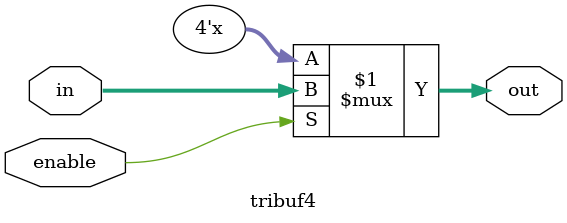
<source format=v>
module tribuf4(input wire enable, input wire [3:0]in, output wire [3:0]out);
    assign out = (enable) ? in:4'bz;
endmodule    
</source>
